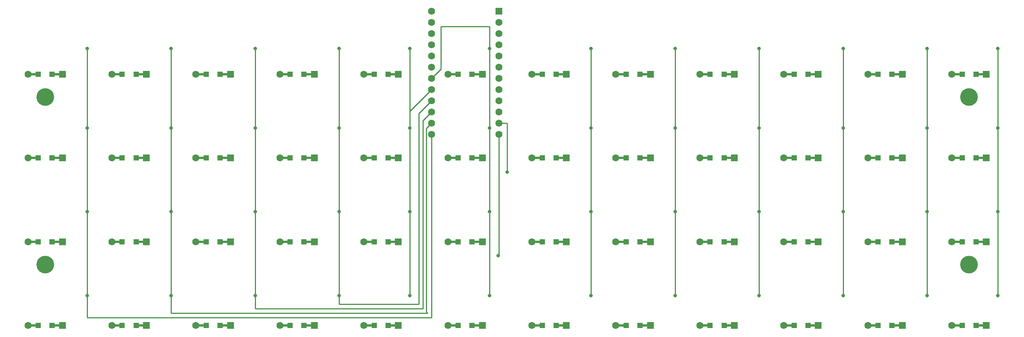
<source format=gbl>
%TF.GenerationSoftware,KiCad,Pcbnew,6.0.3-a3aad9c10e~116~ubuntu21.10.1*%
%TF.CreationDate,2022-03-19T20:14:59+00:00*%
%TF.ProjectId,PCB,5043422e-6b69-4636-9164-5f7063625858,rev?*%
%TF.SameCoordinates,Original*%
%TF.FileFunction,Copper,L2,Bot*%
%TF.FilePolarity,Positive*%
%FSLAX46Y46*%
G04 Gerber Fmt 4.6, Leading zero omitted, Abs format (unit mm)*
G04 Created by KiCad (PCBNEW 6.0.3-a3aad9c10e~116~ubuntu21.10.1) date 2022-03-19 20:14:59*
%MOMM*%
%LPD*%
G01*
G04 APERTURE LIST*
%TA.AperFunction,ComponentPad*%
%ADD10C,4.000000*%
%TD*%
%TA.AperFunction,ComponentPad*%
%ADD11R,1.600000X1.600000*%
%TD*%
%TA.AperFunction,ComponentPad*%
%ADD12C,1.600000*%
%TD*%
%TA.AperFunction,SMDPad,CuDef*%
%ADD13R,2.500000X0.500000*%
%TD*%
%TA.AperFunction,SMDPad,CuDef*%
%ADD14R,1.200000X1.200000*%
%TD*%
%TA.AperFunction,ViaPad*%
%ADD15C,0.800000*%
%TD*%
%TA.AperFunction,Conductor*%
%ADD16C,0.250000*%
%TD*%
G04 APERTURE END LIST*
D10*
%TO.P,HOLE_M3,1*%
%TO.N,N/C*%
X255020000Y-82440000D03*
%TD*%
%TO.P,HOLE_M3,1*%
%TO.N,N/C*%
X46020000Y-120440000D03*
%TD*%
%TO.P,HOLE_M3,1*%
%TO.N,N/C*%
X46020000Y-82440000D03*
%TD*%
%TO.P,HOLE_M3,1*%
%TO.N,N/C*%
X255020000Y-120440000D03*
%TD*%
D11*
%TO.P,Pro-Micro1,1,TX*%
%TO.N,unconnected-(Pro-Micro1-Pad1)*%
X148640000Y-62975000D03*
D12*
%TO.P,Pro-Micro1,2,RX*%
%TO.N,unconnected-(Pro-Micro1-Pad2)*%
X148640000Y-65515000D03*
%TO.P,Pro-Micro1,3,GND*%
%TO.N,unconnected-(Pro-Micro1-Pad3)*%
X148640000Y-68055000D03*
%TO.P,Pro-Micro1,4,GND*%
%TO.N,unconnected-(Pro-Micro1-Pad4)*%
X148640000Y-70595000D03*
%TO.P,Pro-Micro1,5,SDA*%
%TO.N,/col12*%
X148640000Y-73135000D03*
%TO.P,Pro-Micro1,6,SCL*%
%TO.N,/col11*%
X148640000Y-75675000D03*
%TO.P,Pro-Micro1,7,D4*%
%TO.N,/col10*%
X148640000Y-78215000D03*
%TO.P,Pro-Micro1,8,C6*%
%TO.N,/col9*%
X148640000Y-80755000D03*
%TO.P,Pro-Micro1,9,D7*%
%TO.N,/col8*%
X148640000Y-83295000D03*
%TO.P,Pro-Micro1,10,E6*%
%TO.N,/col7*%
X148640000Y-85835000D03*
%TO.P,Pro-Micro1,11,B4*%
%TO.N,/row3*%
X148640000Y-88375000D03*
%TO.P,Pro-Micro1,12,B5*%
%TO.N,/row4*%
X148640000Y-90915000D03*
%TO.P,Pro-Micro1,13,B6*%
%TO.N,/col1*%
X133400000Y-90915000D03*
%TO.P,Pro-Micro1,14,B2*%
%TO.N,/col2*%
X133400000Y-88375000D03*
%TO.P,Pro-Micro1,15,B3*%
%TO.N,/col3*%
X133400000Y-85835000D03*
%TO.P,Pro-Micro1,16,B1*%
%TO.N,/col4*%
X133400000Y-83295000D03*
%TO.P,Pro-Micro1,17,F7*%
%TO.N,/col5*%
X133400000Y-80755000D03*
%TO.P,Pro-Micro1,18,F6*%
%TO.N,/col6*%
X133400000Y-78215000D03*
%TO.P,Pro-Micro1,19,F5*%
%TO.N,/row2*%
X133400000Y-75675000D03*
%TO.P,Pro-Micro1,20,F4*%
%TO.N,/row1*%
X133400000Y-73135000D03*
%TO.P,Pro-Micro1,21,VCC*%
%TO.N,unconnected-(Pro-Micro1-Pad21)*%
X133400000Y-70595000D03*
%TO.P,Pro-Micro1,22,RST*%
%TO.N,unconnected-(Pro-Micro1-Pad22)*%
X133400000Y-68055000D03*
%TO.P,Pro-Micro1,23,GND*%
%TO.N,unconnected-(Pro-Micro1-Pad23)*%
X133400000Y-65515000D03*
%TO.P,Pro-Micro1,24,RAW*%
%TO.N,unconnected-(Pro-Micro1-Pad24)*%
X133400000Y-62975000D03*
%TD*%
D11*
%TO.P,D39,1*%
%TO.N,/row4*%
X87920000Y-134240000D03*
D13*
X86720000Y-134240000D03*
D14*
X85595000Y-134240000D03*
%TO.P,D39,2*%
%TO.N,Net-(D39-Pad2)*%
X82445000Y-134240000D03*
D12*
X80120000Y-134240000D03*
D13*
X81320000Y-134240000D03*
%TD*%
D14*
%TO.P,D26,1*%
%TO.N,/row3*%
X66595000Y-115240000D03*
D11*
X68920000Y-115240000D03*
D13*
X67720000Y-115240000D03*
D14*
%TO.P,D26,2*%
%TO.N,Net-(D26-Pad2)*%
X63445000Y-115240000D03*
D13*
X62320000Y-115240000D03*
D12*
X61120000Y-115240000D03*
%TD*%
D13*
%TO.P,D11,1*%
%TO.N,/row1*%
X238720000Y-77240000D03*
D11*
X239920000Y-77240000D03*
D14*
X237595000Y-77240000D03*
D12*
%TO.P,D11,2*%
%TO.N,Net-(D11-Pad2)*%
X232120000Y-77240000D03*
D14*
X234445000Y-77240000D03*
D13*
X233320000Y-77240000D03*
%TD*%
D11*
%TO.P,D18,1*%
%TO.N,/row2*%
X144920000Y-96240000D03*
D14*
X142595000Y-96240000D03*
D13*
X143720000Y-96240000D03*
%TO.P,D18,2*%
%TO.N,Net-(D18-Pad2)*%
X138320000Y-96240000D03*
D12*
X137120000Y-96240000D03*
D14*
X139445000Y-96240000D03*
%TD*%
%TO.P,D10,1*%
%TO.N,/row1*%
X218595000Y-77240000D03*
D11*
X220920000Y-77240000D03*
D13*
X219720000Y-77240000D03*
D14*
%TO.P,D10,2*%
%TO.N,Net-(D10-Pad2)*%
X215445000Y-77240000D03*
D13*
X214320000Y-77240000D03*
D12*
X213120000Y-77240000D03*
%TD*%
D14*
%TO.P,D23,1*%
%TO.N,/row2*%
X237595000Y-96240000D03*
D13*
X238720000Y-96240000D03*
D11*
X239920000Y-96240000D03*
D12*
%TO.P,D23,2*%
%TO.N,Net-(D23-Pad2)*%
X232120000Y-96240000D03*
D13*
X233320000Y-96240000D03*
D14*
X234445000Y-96240000D03*
%TD*%
%TO.P,D28,1*%
%TO.N,/row3*%
X104595000Y-115240000D03*
D13*
X105720000Y-115240000D03*
D11*
X106920000Y-115240000D03*
D12*
%TO.P,D28,2*%
%TO.N,Net-(D28-Pad2)*%
X99120000Y-115240000D03*
D13*
X100320000Y-115240000D03*
D14*
X101445000Y-115240000D03*
%TD*%
%TO.P,D7,1*%
%TO.N,/row1*%
X161595000Y-77240000D03*
D13*
X162720000Y-77240000D03*
D11*
X163920000Y-77240000D03*
D12*
%TO.P,D7,2*%
%TO.N,Net-(D7-Pad2)*%
X156120000Y-77240000D03*
D14*
X158445000Y-77240000D03*
D13*
X157320000Y-77240000D03*
%TD*%
D11*
%TO.P,D37,1*%
%TO.N,/row4*%
X49920000Y-134240000D03*
D13*
X48720000Y-134240000D03*
D14*
X47595000Y-134240000D03*
D13*
%TO.P,D37,2*%
%TO.N,Net-(D37-Pad2)*%
X43320000Y-134240000D03*
D14*
X44445000Y-134240000D03*
D12*
X42120000Y-134240000D03*
%TD*%
D14*
%TO.P,D1,1*%
%TO.N,/row1*%
X47595000Y-77240000D03*
D13*
X48720000Y-77240000D03*
D11*
X49920000Y-77240000D03*
D12*
%TO.P,D1,2*%
%TO.N,Net-(D1-Pad2)*%
X42120000Y-77240000D03*
D14*
X44445000Y-77240000D03*
D13*
X43320000Y-77240000D03*
%TD*%
%TO.P,D48,1*%
%TO.N,/row4*%
X257720000Y-134240000D03*
D11*
X258920000Y-134240000D03*
D14*
X256595000Y-134240000D03*
D12*
%TO.P,D48,2*%
%TO.N,Net-(D48-Pad2)*%
X251120000Y-134240000D03*
D13*
X252320000Y-134240000D03*
D14*
X253445000Y-134240000D03*
%TD*%
D13*
%TO.P,D47,1*%
%TO.N,/row4*%
X238720000Y-134240000D03*
D11*
X239920000Y-134240000D03*
D14*
X237595000Y-134240000D03*
D13*
%TO.P,D47,2*%
%TO.N,Net-(D47-Pad2)*%
X233320000Y-134240000D03*
D14*
X234445000Y-134240000D03*
D12*
X232120000Y-134240000D03*
%TD*%
D14*
%TO.P,D21,1*%
%TO.N,/row2*%
X199595000Y-96240000D03*
D11*
X201920000Y-96240000D03*
D13*
X200720000Y-96240000D03*
D12*
%TO.P,D21,2*%
%TO.N,Net-(D21-Pad2)*%
X194120000Y-96240000D03*
D13*
X195320000Y-96240000D03*
D14*
X196445000Y-96240000D03*
%TD*%
D11*
%TO.P,D6,1*%
%TO.N,/row1*%
X144920000Y-77240000D03*
D13*
X143720000Y-77240000D03*
D14*
X142595000Y-77240000D03*
%TO.P,D6,2*%
%TO.N,Net-(D6-Pad2)*%
X139445000Y-77240000D03*
D12*
X137120000Y-77240000D03*
D13*
X138320000Y-77240000D03*
%TD*%
D11*
%TO.P,D31,1*%
%TO.N,/row3*%
X163920000Y-115240000D03*
D13*
X162720000Y-115240000D03*
D14*
X161595000Y-115240000D03*
%TO.P,D31,2*%
%TO.N,Net-(D31-Pad2)*%
X158445000Y-115240000D03*
D12*
X156120000Y-115240000D03*
D13*
X157320000Y-115240000D03*
%TD*%
D11*
%TO.P,D4,1*%
%TO.N,/row1*%
X106920000Y-77240000D03*
D14*
X104595000Y-77240000D03*
D13*
X105720000Y-77240000D03*
%TO.P,D4,2*%
%TO.N,Net-(D4-Pad2)*%
X100320000Y-77240000D03*
D14*
X101445000Y-77240000D03*
D12*
X99120000Y-77240000D03*
%TD*%
D13*
%TO.P,D36,1*%
%TO.N,/row3*%
X257720000Y-115240000D03*
D11*
X258920000Y-115240000D03*
D14*
X256595000Y-115240000D03*
D13*
%TO.P,D36,2*%
%TO.N,Net-(D36-Pad2)*%
X252320000Y-115240000D03*
D12*
X251120000Y-115240000D03*
D14*
X253445000Y-115240000D03*
%TD*%
D11*
%TO.P,D14,1*%
%TO.N,/row2*%
X68920000Y-96240000D03*
D13*
X67720000Y-96240000D03*
D14*
X66595000Y-96240000D03*
%TO.P,D14,2*%
%TO.N,Net-(D14-Pad2)*%
X63445000Y-96240000D03*
D13*
X62320000Y-96240000D03*
D12*
X61120000Y-96240000D03*
%TD*%
D13*
%TO.P,D29,1*%
%TO.N,/row3*%
X124720000Y-115240000D03*
D11*
X125920000Y-115240000D03*
D14*
X123595000Y-115240000D03*
D13*
%TO.P,D29,2*%
%TO.N,Net-(D29-Pad2)*%
X119320000Y-115240000D03*
D12*
X118120000Y-115240000D03*
D14*
X120445000Y-115240000D03*
%TD*%
D11*
%TO.P,D42,1*%
%TO.N,/row4*%
X144920000Y-134240000D03*
D13*
X143720000Y-134240000D03*
D14*
X142595000Y-134240000D03*
D12*
%TO.P,D42,2*%
%TO.N,Net-(D42-Pad2)*%
X137120000Y-134240000D03*
D13*
X138320000Y-134240000D03*
D14*
X139445000Y-134240000D03*
%TD*%
%TO.P,D41,1*%
%TO.N,/row4*%
X123595000Y-134240000D03*
D11*
X125920000Y-134240000D03*
D13*
X124720000Y-134240000D03*
%TO.P,D41,2*%
%TO.N,Net-(D41-Pad2)*%
X119320000Y-134240000D03*
D12*
X118120000Y-134240000D03*
D14*
X120445000Y-134240000D03*
%TD*%
D11*
%TO.P,D40,1*%
%TO.N,/row4*%
X106920000Y-134240000D03*
D14*
X104595000Y-134240000D03*
D13*
X105720000Y-134240000D03*
D14*
%TO.P,D40,2*%
%TO.N,Net-(D40-Pad2)*%
X101445000Y-134240000D03*
D12*
X99120000Y-134240000D03*
D13*
X100320000Y-134240000D03*
%TD*%
D14*
%TO.P,D8,1*%
%TO.N,/row1*%
X180595000Y-77240000D03*
D11*
X182920000Y-77240000D03*
D13*
X181720000Y-77240000D03*
%TO.P,D8,2*%
%TO.N,Net-(D8-Pad2)*%
X176320000Y-77240000D03*
D14*
X177445000Y-77240000D03*
D12*
X175120000Y-77240000D03*
%TD*%
D14*
%TO.P,D17,1*%
%TO.N,/row2*%
X123595000Y-96240000D03*
D13*
X124720000Y-96240000D03*
D11*
X125920000Y-96240000D03*
D13*
%TO.P,D17,2*%
%TO.N,Net-(D17-Pad2)*%
X119320000Y-96240000D03*
D12*
X118120000Y-96240000D03*
D14*
X120445000Y-96240000D03*
%TD*%
D11*
%TO.P,D2,1*%
%TO.N,/row1*%
X68920000Y-77240000D03*
D14*
X66595000Y-77240000D03*
D13*
X67720000Y-77240000D03*
%TO.P,D2,2*%
%TO.N,Net-(D2-Pad2)*%
X62320000Y-77240000D03*
D14*
X63445000Y-77240000D03*
D12*
X61120000Y-77240000D03*
%TD*%
D13*
%TO.P,D24,1*%
%TO.N,/row2*%
X257720000Y-96240000D03*
D14*
X256595000Y-96240000D03*
D11*
X258920000Y-96240000D03*
D13*
%TO.P,D24,2*%
%TO.N,Net-(D24-Pad2)*%
X252320000Y-96240000D03*
D14*
X253445000Y-96240000D03*
D12*
X251120000Y-96240000D03*
%TD*%
D11*
%TO.P,D9,1*%
%TO.N,/row1*%
X201920000Y-77240000D03*
D13*
X200720000Y-77240000D03*
D14*
X199595000Y-77240000D03*
D12*
%TO.P,D9,2*%
%TO.N,Net-(D9-Pad2)*%
X194120000Y-77240000D03*
D13*
X195320000Y-77240000D03*
D14*
X196445000Y-77240000D03*
%TD*%
D11*
%TO.P,D12,1*%
%TO.N,/row1*%
X258920000Y-77240000D03*
D13*
X257720000Y-77240000D03*
D14*
X256595000Y-77240000D03*
D13*
%TO.P,D12,2*%
%TO.N,Net-(D12-Pad2)*%
X252320000Y-77240000D03*
D14*
X253445000Y-77240000D03*
D12*
X251120000Y-77240000D03*
%TD*%
D14*
%TO.P,D13,1*%
%TO.N,/row2*%
X47595000Y-96240000D03*
D13*
X48720000Y-96240000D03*
D11*
X49920000Y-96240000D03*
D13*
%TO.P,D13,2*%
%TO.N,Net-(D13-Pad2)*%
X43320000Y-96240000D03*
D12*
X42120000Y-96240000D03*
D14*
X44445000Y-96240000D03*
%TD*%
D13*
%TO.P,D5,1*%
%TO.N,/row1*%
X124720000Y-77240000D03*
D14*
X123595000Y-77240000D03*
D11*
X125920000Y-77240000D03*
D12*
%TO.P,D5,2*%
%TO.N,Net-(D5-Pad2)*%
X118120000Y-77240000D03*
D13*
X119320000Y-77240000D03*
D14*
X120445000Y-77240000D03*
%TD*%
%TO.P,D33,1*%
%TO.N,/row3*%
X199595000Y-115240000D03*
D11*
X201920000Y-115240000D03*
D13*
X200720000Y-115240000D03*
D14*
%TO.P,D33,2*%
%TO.N,Net-(D33-Pad2)*%
X196445000Y-115240000D03*
D12*
X194120000Y-115240000D03*
D13*
X195320000Y-115240000D03*
%TD*%
D14*
%TO.P,D30,1*%
%TO.N,/row3*%
X142595000Y-115240000D03*
D11*
X144920000Y-115240000D03*
D13*
X143720000Y-115240000D03*
D14*
%TO.P,D30,2*%
%TO.N,Net-(D30-Pad2)*%
X139445000Y-115240000D03*
D13*
X138320000Y-115240000D03*
D12*
X137120000Y-115240000D03*
%TD*%
D11*
%TO.P,D27,1*%
%TO.N,/row3*%
X87920000Y-115240000D03*
D13*
X86720000Y-115240000D03*
D14*
X85595000Y-115240000D03*
D13*
%TO.P,D27,2*%
%TO.N,Net-(D27-Pad2)*%
X81320000Y-115240000D03*
D14*
X82445000Y-115240000D03*
D12*
X80120000Y-115240000D03*
%TD*%
D14*
%TO.P,D25,1*%
%TO.N,/row3*%
X47595000Y-115240000D03*
D11*
X49920000Y-115240000D03*
D13*
X48720000Y-115240000D03*
D12*
%TO.P,D25,2*%
%TO.N,Net-(D25-Pad2)*%
X42120000Y-115240000D03*
D13*
X43320000Y-115240000D03*
D14*
X44445000Y-115240000D03*
%TD*%
%TO.P,D45,1*%
%TO.N,/row4*%
X199595000Y-134240000D03*
D11*
X201920000Y-134240000D03*
D13*
X200720000Y-134240000D03*
%TO.P,D45,2*%
%TO.N,Net-(D45-Pad2)*%
X195320000Y-134240000D03*
D12*
X194120000Y-134240000D03*
D14*
X196445000Y-134240000D03*
%TD*%
D11*
%TO.P,D20,1*%
%TO.N,/row2*%
X182920000Y-96240000D03*
D14*
X180595000Y-96240000D03*
D13*
X181720000Y-96240000D03*
%TO.P,D20,2*%
%TO.N,Net-(D20-Pad2)*%
X176320000Y-96240000D03*
D14*
X177445000Y-96240000D03*
D12*
X175120000Y-96240000D03*
%TD*%
D13*
%TO.P,D38,1*%
%TO.N,/row4*%
X67720000Y-134240000D03*
D14*
X66595000Y-134240000D03*
D11*
X68920000Y-134240000D03*
D13*
%TO.P,D38,2*%
%TO.N,Net-(D38-Pad2)*%
X62320000Y-134240000D03*
D12*
X61120000Y-134240000D03*
D14*
X63445000Y-134240000D03*
%TD*%
D13*
%TO.P,D43,1*%
%TO.N,/row4*%
X162720000Y-134240000D03*
D11*
X163920000Y-134240000D03*
D14*
X161595000Y-134240000D03*
D13*
%TO.P,D43,2*%
%TO.N,Net-(D43-Pad2)*%
X157320000Y-134240000D03*
D14*
X158445000Y-134240000D03*
D12*
X156120000Y-134240000D03*
%TD*%
D11*
%TO.P,D44,1*%
%TO.N,/row4*%
X182920000Y-134240000D03*
D14*
X180595000Y-134240000D03*
D13*
X181720000Y-134240000D03*
D12*
%TO.P,D44,2*%
%TO.N,Net-(D44-Pad2)*%
X175120000Y-134240000D03*
D13*
X176320000Y-134240000D03*
D14*
X177445000Y-134240000D03*
%TD*%
D11*
%TO.P,D32,1*%
%TO.N,/row3*%
X182920000Y-115240000D03*
D13*
X181720000Y-115240000D03*
D14*
X180595000Y-115240000D03*
%TO.P,D32,2*%
%TO.N,Net-(D32-Pad2)*%
X177445000Y-115240000D03*
D12*
X175120000Y-115240000D03*
D13*
X176320000Y-115240000D03*
%TD*%
D11*
%TO.P,D22,1*%
%TO.N,/row2*%
X220920000Y-96240000D03*
D13*
X219720000Y-96240000D03*
D14*
X218595000Y-96240000D03*
%TO.P,D22,2*%
%TO.N,Net-(D22-Pad2)*%
X215445000Y-96240000D03*
D12*
X213120000Y-96240000D03*
D13*
X214320000Y-96240000D03*
%TD*%
D11*
%TO.P,D3,1*%
%TO.N,/row1*%
X87920000Y-77240000D03*
D13*
X86720000Y-77240000D03*
D14*
X85595000Y-77240000D03*
D12*
%TO.P,D3,2*%
%TO.N,Net-(D3-Pad2)*%
X80120000Y-77240000D03*
D13*
X81320000Y-77240000D03*
D14*
X82445000Y-77240000D03*
%TD*%
%TO.P,D15,1*%
%TO.N,/row2*%
X85595000Y-96240000D03*
D11*
X87920000Y-96240000D03*
D13*
X86720000Y-96240000D03*
D14*
%TO.P,D15,2*%
%TO.N,Net-(D15-Pad2)*%
X82445000Y-96240000D03*
D12*
X80120000Y-96240000D03*
D13*
X81320000Y-96240000D03*
%TD*%
%TO.P,D46,1*%
%TO.N,/row4*%
X219720000Y-134240000D03*
D11*
X220920000Y-134240000D03*
D14*
X218595000Y-134240000D03*
%TO.P,D46,2*%
%TO.N,Net-(D46-Pad2)*%
X215445000Y-134240000D03*
D12*
X213120000Y-134240000D03*
D13*
X214320000Y-134240000D03*
%TD*%
%TO.P,D16,1*%
%TO.N,/row2*%
X105720000Y-96240000D03*
D11*
X106920000Y-96240000D03*
D14*
X104595000Y-96240000D03*
%TO.P,D16,2*%
%TO.N,Net-(D16-Pad2)*%
X101445000Y-96240000D03*
D13*
X100320000Y-96240000D03*
D12*
X99120000Y-96240000D03*
%TD*%
D13*
%TO.P,D35,1*%
%TO.N,/row3*%
X238720000Y-115240000D03*
D14*
X237595000Y-115240000D03*
D11*
X239920000Y-115240000D03*
D13*
%TO.P,D35,2*%
%TO.N,Net-(D35-Pad2)*%
X233320000Y-115240000D03*
D14*
X234445000Y-115240000D03*
D12*
X232120000Y-115240000D03*
%TD*%
D11*
%TO.P,D34,1*%
%TO.N,/row3*%
X220920000Y-115240000D03*
D14*
X218595000Y-115240000D03*
D13*
X219720000Y-115240000D03*
D12*
%TO.P,D34,2*%
%TO.N,Net-(D34-Pad2)*%
X213120000Y-115240000D03*
D13*
X214320000Y-115240000D03*
D14*
X215445000Y-115240000D03*
%TD*%
%TO.P,D19,1*%
%TO.N,/row2*%
X161595000Y-96240000D03*
D13*
X162720000Y-96240000D03*
D11*
X163920000Y-96240000D03*
D13*
%TO.P,D19,2*%
%TO.N,Net-(D19-Pad2)*%
X157320000Y-96240000D03*
D14*
X158445000Y-96240000D03*
D12*
X156120000Y-96240000D03*
%TD*%
D15*
%TO.N,/col1*%
X55520000Y-108440000D03*
X55520000Y-89440000D03*
X55520000Y-71440000D03*
X55520000Y-127440000D03*
%TO.N,/col2*%
X74520000Y-108440000D03*
X74520000Y-127440000D03*
X74520000Y-71440000D03*
X74520000Y-89440000D03*
%TO.N,/col3*%
X93520000Y-89440000D03*
X93520000Y-127440000D03*
X93520000Y-108440000D03*
X93520000Y-71440000D03*
%TO.N,/col4*%
X112520000Y-89440000D03*
X112520000Y-108440000D03*
X112520000Y-71440000D03*
X112520000Y-127440000D03*
%TO.N,/col5*%
X128520000Y-71440000D03*
X128520000Y-89440000D03*
X128520000Y-108440000D03*
X128520000Y-127440000D03*
%TO.N,/col6*%
X146520000Y-71440000D03*
X146520000Y-89440000D03*
X146520000Y-108440000D03*
X146520000Y-127440000D03*
%TO.N,/col7*%
X169520000Y-108440000D03*
X169520000Y-71440000D03*
X169520000Y-127440000D03*
X169520000Y-89440000D03*
%TO.N,/col8*%
X188520000Y-108440000D03*
X188520000Y-127440000D03*
X188520000Y-89440000D03*
X188520000Y-71440000D03*
%TO.N,/row4*%
X148520000Y-118440000D03*
%TO.N,/row3*%
X150520000Y-99440000D03*
%TO.N,/col12*%
X261520000Y-89440000D03*
X261520000Y-127440000D03*
X261520000Y-108440000D03*
X261520000Y-71440000D03*
%TO.N,/col11*%
X245520000Y-71440000D03*
X245520000Y-89440000D03*
X245520000Y-127440000D03*
X245520000Y-108440000D03*
%TO.N,/col10*%
X226520000Y-108440000D03*
X226520000Y-71440000D03*
X226520000Y-89440000D03*
X226520000Y-127440000D03*
%TO.N,/col9*%
X207520000Y-89440000D03*
X207520000Y-108440000D03*
X207520000Y-127440000D03*
X207520000Y-71440000D03*
%TD*%
D16*
%TO.N,/col1*%
X55520000Y-108440000D02*
X55520000Y-124440000D01*
X55520000Y-124440000D02*
X55520000Y-127440000D01*
X55520000Y-132440000D02*
X133400000Y-132440000D01*
X55520000Y-89440000D02*
X55520000Y-108440000D01*
X55520000Y-71440000D02*
X55520000Y-89440000D01*
X133400000Y-132440000D02*
X133400000Y-90915000D01*
X55520000Y-127440000D02*
X55520000Y-132440000D01*
%TO.N,/col2*%
X74520000Y-131440000D02*
X132520000Y-131440000D01*
X74520000Y-108440000D02*
X74520000Y-124440000D01*
X132520000Y-131440000D02*
X132275489Y-131195489D01*
X74520000Y-89440000D02*
X74520000Y-108440000D01*
X132275489Y-89499511D02*
X133400000Y-88375000D01*
X132275489Y-131195489D02*
X132275489Y-89499511D01*
X74520000Y-71440000D02*
X74520000Y-89440000D01*
X74520000Y-127440000D02*
X74520000Y-131440000D01*
X74520000Y-124440000D02*
X74520000Y-127440000D01*
%TO.N,/col3*%
X131520000Y-87715000D02*
X133400000Y-85835000D01*
X93520000Y-108440000D02*
X93520000Y-127440000D01*
X93520000Y-130440000D02*
X131520000Y-130440000D01*
X93520000Y-71440000D02*
X93520000Y-89440000D01*
X93520000Y-127440000D02*
X93520000Y-130440000D01*
X131520000Y-130440000D02*
X131520000Y-87715000D01*
X93520000Y-89440000D02*
X93520000Y-108440000D01*
%TO.N,/col4*%
X112520000Y-89440000D02*
X112520000Y-108440000D01*
X112520000Y-127440000D02*
X112520000Y-129440000D01*
X130520000Y-129440000D02*
X130520000Y-86175000D01*
X112520000Y-71440000D02*
X112520000Y-89440000D01*
X112520000Y-129440000D02*
X130520000Y-129440000D01*
X112520000Y-124440000D02*
X112520000Y-127440000D01*
X112520000Y-108440000D02*
X112520000Y-124440000D01*
X130520000Y-86175000D02*
X133400000Y-83295000D01*
%TO.N,/col5*%
X128520000Y-71440000D02*
X128520000Y-86440000D01*
X133400000Y-80755000D02*
X128520000Y-85635000D01*
X128520000Y-89440000D02*
X128520000Y-108440000D01*
X128520000Y-86440000D02*
X128520000Y-89440000D01*
X128520000Y-108440000D02*
X128520000Y-124440000D01*
X128520000Y-124440000D02*
X128520000Y-127440000D01*
X128520000Y-85635000D02*
X128520000Y-86440000D01*
%TO.N,/col6*%
X135520000Y-76095000D02*
X133400000Y-78215000D01*
X146520000Y-108440000D02*
X146520000Y-127440000D01*
X135520000Y-66440000D02*
X135520000Y-76095000D01*
X146520000Y-66440000D02*
X135520000Y-66440000D01*
X146520000Y-71440000D02*
X146520000Y-66440000D01*
X146520000Y-71440000D02*
X146520000Y-89440000D01*
X146520000Y-89440000D02*
X146520000Y-108440000D01*
%TO.N,/col7*%
X169520000Y-71440000D02*
X169520000Y-89440000D01*
X169520000Y-89440000D02*
X169520000Y-108440000D01*
X169520000Y-108440000D02*
X169520000Y-127440000D01*
%TO.N,/col8*%
X188520000Y-89440000D02*
X188520000Y-108440000D01*
X188520000Y-108440000D02*
X188520000Y-127440000D01*
X188520000Y-71440000D02*
X188520000Y-89440000D01*
%TO.N,/row4*%
X148520000Y-118440000D02*
X148640000Y-118320000D01*
X148640000Y-118320000D02*
X148640000Y-90915000D01*
%TO.N,/row3*%
X150520000Y-88440000D02*
X150455000Y-88375000D01*
X150520000Y-99440000D02*
X150520000Y-88440000D01*
X150455000Y-88375000D02*
X148640000Y-88375000D01*
%TO.N,/col12*%
X261520000Y-89440000D02*
X261520000Y-108440000D01*
X261520000Y-71440000D02*
X261520000Y-89440000D01*
X261520000Y-108440000D02*
X261520000Y-127440000D01*
%TO.N,/col11*%
X245520000Y-71440000D02*
X245520000Y-89440000D01*
X245520000Y-108440000D02*
X245520000Y-127440000D01*
X245520000Y-89440000D02*
X245520000Y-108440000D01*
%TO.N,/col10*%
X226520000Y-71440000D02*
X226520000Y-89440000D01*
X226520000Y-108440000D02*
X226520000Y-127440000D01*
X226520000Y-89440000D02*
X226520000Y-108440000D01*
%TO.N,/col9*%
X207520000Y-108440000D02*
X207520000Y-127440000D01*
X207520000Y-71440000D02*
X207520000Y-89440000D01*
X207520000Y-89440000D02*
X207520000Y-108440000D01*
%TD*%
M02*

</source>
